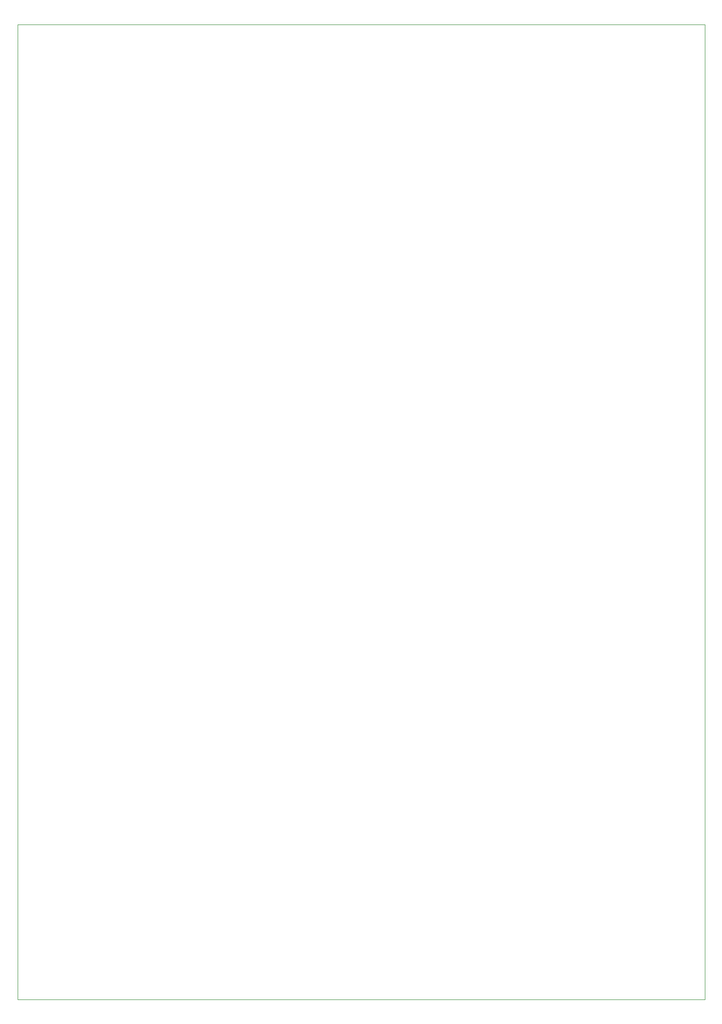
<source format=gm1>
G04 #@! TF.GenerationSoftware,KiCad,Pcbnew,7.0.10*
G04 #@! TF.CreationDate,2024-06-25T19:11:58-05:00*
G04 #@! TF.ProjectId,DMClockPanel,444d436c-6f63-46b5-9061-6e656c2e6b69,rev?*
G04 #@! TF.SameCoordinates,Original*
G04 #@! TF.FileFunction,Profile,NP*
%FSLAX46Y46*%
G04 Gerber Fmt 4.6, Leading zero omitted, Abs format (unit mm)*
G04 Created by KiCad (PCBNEW 7.0.10) date 2024-06-25 19:11:58*
%MOMM*%
%LPD*%
G01*
G04 APERTURE LIST*
G04 #@! TA.AperFunction,Profile*
%ADD10C,0.100000*%
G04 #@! TD*
G04 APERTURE END LIST*
D10*
X82175291Y-12380000D02*
X200890000Y-12380000D01*
X200890000Y-180652930D01*
X82175291Y-180652930D01*
X82175291Y-12380000D01*
M02*

</source>
